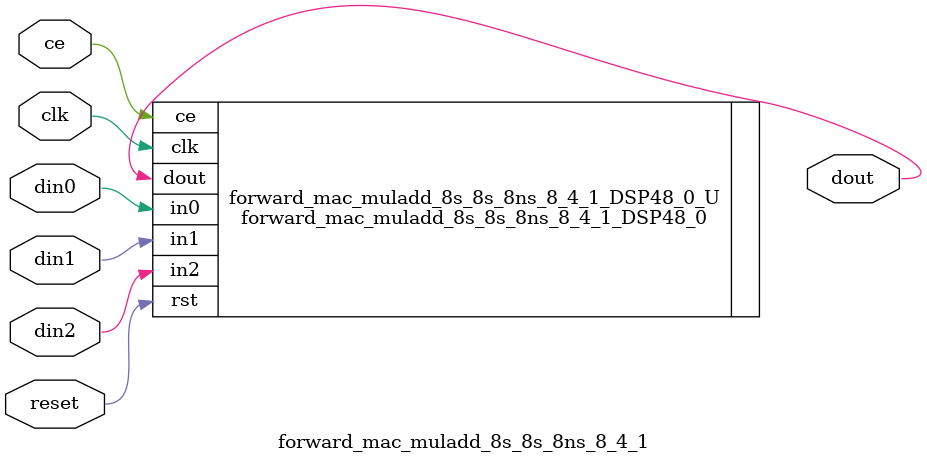
<source format=v>
module forward_mac_muladd_8s_8s_8ns_8_4_1(clk,reset,ce,din0,din1,din2,dout); 
parameter ID = 32'd1;
parameter NUM_STAGE = 32'd1;
parameter din0_WIDTH = 32'd1;
parameter din1_WIDTH = 32'd1;
parameter din2_WIDTH = 32'd1;
parameter dout_WIDTH = 32'd1;
input clk;
input reset;
input ce;
input[din0_WIDTH - 1:0] din0;
input[din1_WIDTH - 1:0] din1;
input[din2_WIDTH - 1:0] din2;
output[dout_WIDTH - 1:0] dout;
forward_mac_muladd_8s_8s_8ns_8_4_1_DSP48_0 forward_mac_muladd_8s_8s_8ns_8_4_1_DSP48_0_U(.clk( clk ),.rst( reset ),.ce( ce ),.in0( din0 ),.in1( din1 ),.in2( din2 ),.dout( dout ));
endmodule
</source>
